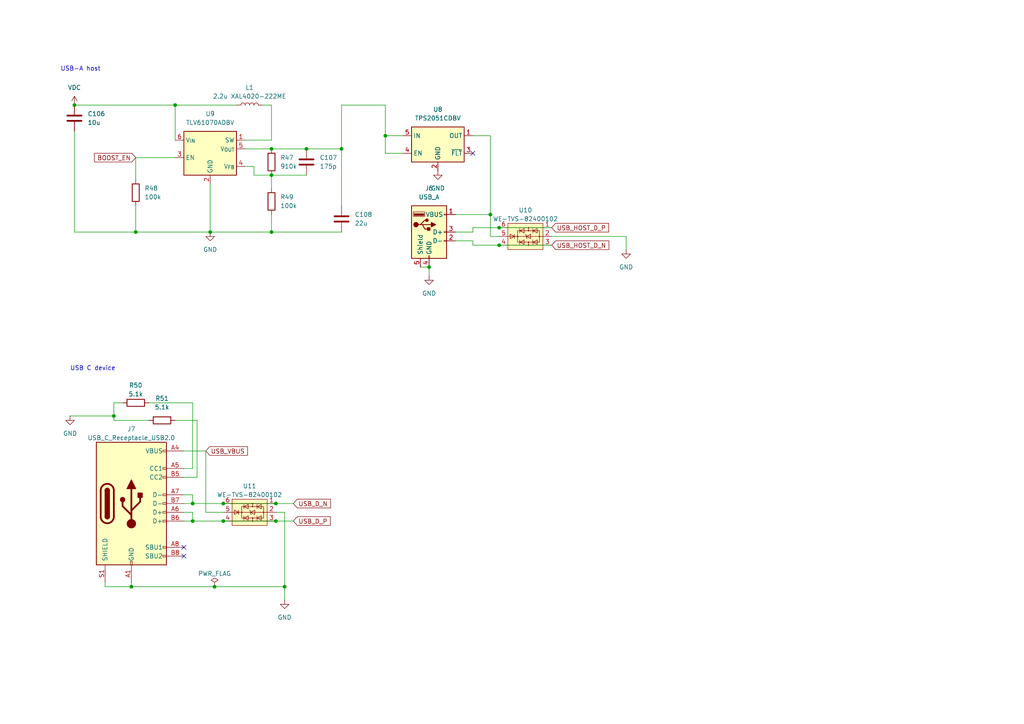
<source format=kicad_sch>
(kicad_sch (version 20250114) (generator "eeschema") (generator_version "9.0")
  (paper "A4")
  (lib_symbols
    (symbol "Connector:USB_A" (pin_names (offset 1.016))
      (property "Reference" "J" (at -5.08 11.43 0))
      (property "Value" "USB_A" (at -5.08 8.89 0))
      (symbol "USB_A_0_1"
        (rectangle (start -5.08 -7.62) (end 5.08 7.62) (stroke (width 0.254)) (fill (type background)))
        (circle (center -3.81 2.159) (radius 0.635) (stroke (width 0.254)) (fill (type outline)))
        (polyline (pts (xy -3.175 2.159) (xy -2.54 2.159) (xy -1.27 3.429) (xy -0.635 3.429)) (stroke (width 0.254)))
        (polyline (pts (xy -2.54 2.159) (xy -1.905 2.159) (xy -1.27 0.889) (xy 0 0.889)) (stroke (width 0.254)))
        (rectangle (start -1.524 4.826) (end -4.318 5.334) (fill (type outline)))
        (rectangle (start -1.27 4.572) (end -4.572 5.842))
        (circle (center -0.635 3.429) (radius 0.381) (stroke (width 0.254)) (fill (type outline)))
        (rectangle (start -0.127 -7.62) (end 0.127 -6.858))
        (rectangle (start 0.254 1.27) (end -0.508 0.508) (stroke (width 0.254)) (fill (type outline)))
        (polyline (pts (xy 0.635 2.794) (xy 0.635 1.524) (xy 1.905 2.159) (xy 0.635 2.794)) (stroke (width 0.254)) (fill (type outline)))
        (rectangle (start 5.08 4.953) (end 4.318 5.207))
        (rectangle (start 5.08 -0.127) (end 4.318 0.127))
        (rectangle (start 5.08 -2.667) (end 4.318 -2.413))
      )
      (symbol "USB_A_1_1"
        (polyline (pts (xy -1.905 2.159) (xy 0.635 2.159)) (stroke (width 0.254)))
        (pin passive line (at -2.54 -10.16 90) (length 2.54) (name "Shield") (number "5"))
        (pin power_in line (at 0 -10.16 90) (length 2.54) (name "GND") (number "4"))
        (pin power_in line (at 7.62 5.08 180) (length 2.54) (name "VBUS") (number "1"))
        (pin bidirectional line (at 7.62 0 180) (length 2.54) (name "D+") (number "3"))
        (pin bidirectional line (at 7.62 -2.54 180) (length 2.54) (name "D-") (number "2"))
      )
    )
    (symbol "Connector:USB_C_Receptacle_USB2.0" (pin_names (offset 1.016))
      (property "Reference" "J" (at -10.16 19.05 0))
      (property "Value" "USB_C_Receptacle_USB2.0" (at 19.05 19.05 0))
      (symbol "USB_C_Receptacle_USB2.0_0_0"
        (rectangle (start -0.254 -17.78) (end 0.254 -16.764))
        (rectangle (start 10.16 15.494) (end 9.144 14.986))
        (rectangle (start 10.16 10.414) (end 9.144 9.906))
        (rectangle (start 10.16 7.874) (end 9.144 7.366))
        (rectangle (start 10.16 2.794) (end 9.144 2.286))
        (rectangle (start 10.16 0.254) (end 9.144 -0.254))
        (rectangle (start 10.16 -2.286) (end 9.144 -2.794))
        (rectangle (start 10.16 -4.826) (end 9.144 -5.334))
        (rectangle (start 10.16 -12.446) (end 9.144 -12.954))
        (rectangle (start 10.16 -14.986) (end 9.144 -15.494))
      )
      (symbol "USB_C_Receptacle_USB2.0_0_1"
        (rectangle (start -10.16 17.78) (end 10.16 -17.78) (stroke (width 0.254)) (fill (type background)))
        (polyline (pts (xy -8.89 -3.81) (xy -8.89 3.81)) (stroke (width 0.508)))
        (rectangle (start -7.62 -3.81) (end -6.35 3.81) (stroke (width 0.254)) (fill (type outline)))
        (arc (start -7.62 3.81) (mid -6.985 4.4423) (end -6.35 3.81) (stroke (width 0.254)))
        (arc (start -7.62 3.81) (mid -6.985 4.4423) (end -6.35 3.81) (stroke (width 0.254)) (fill (type outline)))
        (arc (start -8.89 3.81) (mid -6.985 5.7067) (end -5.08 3.81) (stroke (width 0.508)))
        (arc (start -5.08 -3.81) (mid -6.985 -5.7067) (end -8.89 -3.81) (stroke (width 0.508)))
        (arc (start -6.35 -3.81) (mid -6.985 -4.4423) (end -7.62 -3.81) (stroke (width 0.254)))
        (arc (start -6.35 -3.81) (mid -6.985 -4.4423) (end -7.62 -3.81) (stroke (width 0.254)) (fill (type outline)))
        (polyline (pts (xy -5.08 3.81) (xy -5.08 -3.81)) (stroke (width 0.508)))
        (circle (center -2.54 1.143) (radius 0.635) (stroke (width 0.254)) (fill (type outline)))
        (polyline (pts (xy -1.27 4.318) (xy 0 6.858) (xy 1.27 4.318) (xy -1.27 4.318)) (stroke (width 0.254)) (fill (type outline)))
        (polyline (pts (xy 0 -2.032) (xy 2.54 0.508) (xy 2.54 1.778)) (stroke (width 0.508)))
        (polyline (pts (xy 0 -3.302) (xy -2.54 -0.762) (xy -2.54 0.508)) (stroke (width 0.508)))
        (polyline (pts (xy 0 -5.842) (xy 0 4.318)) (stroke (width 0.508)))
        (circle (center 0 -5.842) (radius 1.27) (fill (type outline)))
        (rectangle (start 1.905 1.778) (end 3.175 3.048) (stroke (width 0.254)) (fill (type outline)))
      )
      (symbol "USB_C_Receptacle_USB2.0_1_1"
        (pin passive line (at -7.62 -22.86 90) (length 5.08) (name "SHIELD") (number "S1"))
        (pin passive line (at 0 -22.86 90) (length 5.08) (name "GND") (number "A1"))
        (pin passive line (at 0 -22.86 90) (length 5.08) (hide yes) (name "GND") (number "A12"))
        (pin passive line (at 0 -22.86 90) (length 5.08) (hide yes) (name "GND") (number "B1"))
        (pin passive line (at 0 -22.86 90) (length 5.08) (hide yes) (name "GND") (number "B12"))
        (pin passive line (at 15.24 15.24 180) (length 5.08) (name "VBUS") (number "A4"))
        (pin passive line (at 15.24 15.24 180) (length 5.08) (hide yes) (name "VBUS") (number "A9"))
        (pin passive line (at 15.24 15.24 180) (length 5.08) (hide yes) (name "VBUS") (number "B4"))
        (pin passive line (at 15.24 15.24 180) (length 5.08) (hide yes) (name "VBUS") (number "B9"))
        (pin bidirectional line (at 15.24 10.16 180) (length 5.08) (name "CC1") (number "A5"))
        (pin bidirectional line (at 15.24 7.62 180) (length 5.08) (name "CC2") (number "B5"))
        (pin bidirectional line (at 15.24 2.54 180) (length 5.08) (name "D-") (number "A7"))
        (pin bidirectional line (at 15.24 0 180) (length 5.08) (name "D-") (number "B7"))
        (pin bidirectional line (at 15.24 -2.54 180) (length 5.08) (name "D+") (number "A6"))
        (pin bidirectional line (at 15.24 -5.08 180) (length 5.08) (name "D+") (number "B6"))
        (pin bidirectional line (at 15.24 -12.7 180) (length 5.08) (name "SBU1") (number "A8"))
        (pin bidirectional line (at 15.24 -15.24 180) (length 5.08) (name "SBU2") (number "B8"))
      )
    )
    (symbol "Device:C" (pin_numbers (hide yes)) (pin_names (offset 0.254))
      (property "Reference" "C" (at 0.635 2.54 0))
      (property "Value" "C" (at 0.635 -2.54 0))
      (symbol "C_0_1"
        (polyline (pts (xy -2.032 0.762) (xy 2.032 0.762)) (stroke (width 0.508)))
        (polyline (pts (xy -2.032 -0.762) (xy 2.032 -0.762)) (stroke (width 0.508)))
      )
      (symbol "C_1_1"
        (pin passive line (at 0 3.81 270) (length 2.794) (name "~") (number "1"))
        (pin passive line (at 0 -3.81 90) (length 2.794) (name "~") (number "2"))
      )
    )
    (symbol "Device:L" (pin_numbers (hide yes)) (pin_names (offset 1.016) (hide yes))
      (property "Reference" "L" (at -1.27 0 90))
      (property "Value" "L" (at 1.905 0 90))
      (symbol "L_0_1"
        (arc (start 0 2.54) (mid 0.6323 1.905) (end 0 1.27))
        (arc (start 0 1.27) (mid 0.6323 0.635) (end 0 0))
        (arc (start 0 0) (mid 0.6323 -0.635) (end 0 -1.27))
        (arc (start 0 -1.27) (mid 0.6323 -1.905) (end 0 -2.54))
      )
      (symbol "L_1_1"
        (pin passive line (at 0 3.81 270) (length 1.27) (name "1") (number "1"))
        (pin passive line (at 0 -3.81 90) (length 1.27) (name "2") (number "2"))
      )
    )
    (symbol "Device:R" (pin_numbers (hide yes)) (pin_names (offset 0))
      (property "Reference" "R" (at 2.032 0 90))
      (property "Value" "R" (at 0 0 90))
      (symbol "R_0_1"
        (rectangle (start -1.016 -2.54) (end 1.016 2.54) (stroke (width 0.254)))
      )
      (symbol "R_1_1"
        (pin passive line (at 0 3.81 270) (length 1.27) (name "~") (number "1"))
        (pin passive line (at 0 -3.81 90) (length 1.27) (name "~") (number "2"))
      )
    )
    (symbol "Power_Management:TPS2051CDBV"
      (property "Reference" "U" (at -7.62 -6.35 0))
      (property "Value" "TPS2051CDBV" (at -7.62 6.35 0))
      (symbol "TPS2051CDBV_0_1"
        (rectangle (start -7.62 5.08) (end 7.62 -5.08) (stroke (width 0.254)) (fill (type background)))
      )
      (symbol "TPS2051CDBV_1_1"
        (pin power_in line (at -10.16 2.54 0) (length 2.54) (name "IN") (number "5"))
        (pin input line (at -10.16 -2.54 0) (length 2.54) (name "EN") (number "4"))
        (pin power_in line (at 0 -7.62 90) (length 2.54) (name "GND") (number "2"))
        (pin power_out line (at 10.16 2.54 180) (length 2.54) (name "OUT") (number "1"))
        (pin open_collector line (at 10.16 -2.54 180) (length 2.54) (name "~{FLT}") (number "3"))
      )
    )
    (symbol "Power_Protection:WE-TVS-82400102"
      (property "Reference" "U" (at 0 7.62 0))
      (property "Value" "WE-TVS-82400102" (at 0 5.08 0))
      (symbol "WE-TVS-82400102_0_1"
        (rectangle (start -5.08 3.81) (end 5.08 -3.81) (fill (type background)))
        (polyline (pts (xy -5.08 2.54) (xy 5.08 2.54)))
        (polyline (pts (xy -5.08 -2.54) (xy 5.08 -2.54)))
        (rectangle (start -4.064 1.651) (end 2.286 -1.651))
        (circle (center -4.064 0) (radius 0.127))
        (polyline (pts (xy -4.064 0) (xy -5.08 0)))
        (polyline (pts (xy -4.064 0) (xy 2.286 0)) (fill (type outline)))
        (polyline (pts (xy -3.429 1.016) (xy -3.429 2.286) (xy -2.159 1.651) (xy -3.429 1.016)))
        (polyline (pts (xy -3.429 -1.016) (xy -3.429 -2.286) (xy -2.159 -1.651) (xy -3.429 -1.016)))
        (polyline (pts (xy -2.159 2.286) (xy -2.159 1.016)))
        (polyline (pts (xy -2.159 -1.016) (xy -2.159 -2.286)))
        (circle (center -0.889 2.54) (radius 0.127))
        (circle (center -0.889 1.651) (radius 0.127))
        (polyline (pts (xy -0.889 1.651) (xy -0.889 2.54)))
        (circle (center -0.889 -1.651) (radius 0.127))
        (polyline (pts (xy -0.889 -1.651) (xy -0.889 -2.413)))
        (circle (center -0.889 -2.54) (radius 0.127))
        (polyline (pts (xy -0.508 -0.635) (xy -0.508 -0.635)))
        (polyline (pts (xy 0 0.635) (xy -0.254 0.381) (xy -0.254 -0.381) (xy -0.508 -0.635)))
        (polyline (pts (xy 0.381 1.016) (xy 0.381 2.286) (xy 1.651 1.651) (xy 0.381 1.016)))
        (polyline (pts (xy 0.381 -1.016) (xy 0.381 -2.286) (xy 1.651 -1.651) (xy 0.381 -1.016)))
        (polyline (pts (xy 1.651 2.286) (xy 1.651 1.016)))
        (polyline (pts (xy 1.651 -1.016) (xy 1.651 -2.286)))
        (polyline (pts (xy 2.286 0) (xy 5.08 0)))
        (circle (center 2.286 0) (radius 0.127))
      )
      (symbol "WE-TVS-82400102_1_1"
        (polyline (pts (xy -1.524 0.635) (xy -1.524 -0.635) (xy -0.254 0) (xy -1.524 0.635)))
        (polyline (pts (xy 3.175 0.635) (xy 3.175 -0.635)))
        (polyline (pts (xy 4.445 0.635) (xy 4.445 -0.635) (xy 3.175 0) (xy 4.445 0.635)))
        (pin passive line (at -7.62 2.54 0) (length 2.54) (name "~") (number "1"))
        (pin passive line (at -7.62 0 0) (length 2.54) (name "~") (number "2"))
        (pin passive line (at -7.62 -2.54 0) (length 2.54) (name "~") (number "3"))
        (pin passive line (at 7.62 2.54 180) (length 2.54) (name "~") (number "6"))
        (pin passive line (at 7.62 0 180) (length 2.54) (name "~") (number "5"))
        (pin passive line (at 7.62 -2.54 180) (length 2.54) (name "~") (number "4"))
      )
    )
    (symbol "Regulator_Switching:TLV61070ADBV"
      (property "Reference" "U" (at -7.62 8.89 0))
      (property "Value" "TLV61070ADBV" (at 0 8.89 0))
      (symbol "TLV61070ADBV_0_1"
        (rectangle (start -7.62 7.62) (end 7.62 -5.08) (stroke (width 0.254)) (fill (type background)))
      )
      (symbol "TLV61070ADBV_1_1"
        (pin power_in line (at -10.16 5.08 0) (length 2.54) (name "V_{IN}") (number "6"))
        (pin input line (at -10.16 0 0) (length 2.54) (name "EN") (number "3"))
        (pin power_in line (at 0 -7.62 90) (length 2.54) (name "GND") (number "2"))
        (pin input line (at 10.16 5.08 180) (length 2.54) (name "SW") (number "1"))
        (pin power_out line (at 10.16 2.54 180) (length 2.54) (name "V_{OUT}") (number "5"))
        (pin input line (at 10.16 -2.54 180) (length 2.54) (name "V_{FB}") (number "4"))
      )
    )
    (symbol "power:GND" (power) (pin_numbers (hide yes)) (pin_names (offset 0) (hide yes))
      (property "Value" "GND" (at 0 -3.81 0))
      (symbol "GND_0_1"
        (polyline (pts (xy 0 0) (xy 0 -1.27) (xy 1.27 -1.27) (xy 0 -2.54) (xy -1.27 -1.27) (xy 0 -1.27)))
      )
      (symbol "GND_1_1"
        (pin power_in line (at 0 0 270) (length 0) (name "~") (number "1"))
      )
    )
    (symbol "power:PWR_FLAG" (power) (pin_numbers (hide yes)) (pin_names (offset 0) (hide yes))
      (property "Value" "PWR_FLAG" (at 0 3.81 0))
      (symbol "PWR_FLAG_0_0"
        (pin power_out line (at 0 0 90) (length 0) (name "pwr") (number "1"))
      )
      (symbol "PWR_FLAG_0_1"
        (polyline (pts (xy 0 0) (xy 0 1.27) (xy -1.016 1.905) (xy 0 2.54) (xy 1.016 1.905) (xy 0 1.27)))
      )
    )
    (symbol "power:VDC" (power) (pin_numbers (hide yes)) (pin_names (offset 0) (hide yes))
      (property "Value" "VDC" (at 0 3.556 0))
      (symbol "VDC_0_1"
        (polyline (pts (xy -0.762 1.27) (xy 0 2.54)))
        (polyline (pts (xy 0 2.54) (xy 0.762 1.27)))
        (polyline (pts (xy 0 0) (xy 0 2.54)))
      )
      (symbol "VDC_1_1"
        (pin power_in line (at 0 0 90) (length 0) (name "~") (number "1"))
      )
    )
  )
  (text "USB-A host" (at 23.368 20.066 0) (effects (font (size 1.27 1.27))))
  (text "USB C device" (at 26.924 106.934 0) (effects (font (size 1.27 1.27))))
  (junction (at 38.1 170.18))
  (junction (at 144.78 71.12))
  (junction (at 88.9 43.18))
  (junction (at 21.59 30.48))
  (junction (at 80.01 146.05))
  (junction (at 55.88 146.05))
  (junction (at 64.77 146.05))
  (junction (at 111.76 39.37))
  (junction (at 124.46 77.47))
  (junction (at 55.88 151.13))
  (junction (at 78.74 43.18))
  (junction (at 142.24 62.23))
  (junction (at 64.77 151.13))
  (junction (at 60.96 67.31))
  (junction (at 78.74 67.31))
  (junction (at 39.37 67.31))
  (junction (at 33.02 120.65))
  (junction (at 82.55 170.18))
  (junction (at 62.23 170.18))
  (junction (at 144.78 66.04))
  (junction (at 78.74 50.8))
  (junction (at 80.01 151.13))
  (junction (at 99.06 43.18))
  (junction (at 50.8 30.48))
  (no_connect (at 53.34 158.75))
  (no_connect (at 137.16 44.45))
  (no_connect (at 53.34 161.29))
  (wire (pts (xy 71.12 40.64) (xy 78.74 40.64)))
  (wire (pts (xy 144.78 66.04) (xy 160.02 66.04)))
  (wire (pts (xy 62.23 170.18) (xy 82.55 170.18)))
  (wire (pts (xy 53.34 135.89) (xy 55.88 135.89)))
  (wire (pts (xy 137.16 66.04) (xy 144.78 66.04)))
  (wire (pts (xy 55.88 143.51) (xy 53.34 143.51)))
  (wire (pts (xy 142.24 62.23) (xy 142.24 68.58)))
  (wire (pts (xy 111.76 39.37) (xy 116.84 39.37)))
  (wire (pts (xy 57.15 138.43) (xy 57.15 121.92)))
  (wire (pts (xy 50.8 30.48) (xy 68.58 30.48)))
  (wire (pts (xy 78.74 40.64) (xy 78.74 30.48)))
  (wire (pts (xy 21.59 38.1) (xy 21.59 67.31)))
  (wire (pts (xy 137.16 69.85) (xy 137.16 71.12)))
  (wire (pts (xy 50.8 121.92) (xy 57.15 121.92)))
  (wire (pts (xy 144.78 71.12) (xy 160.02 71.12)))
  (wire (pts (xy 82.55 148.59) (xy 82.55 170.18)))
  (wire (pts (xy 39.37 67.31) (xy 60.96 67.31)))
  (wire (pts (xy 80.01 151.13) (xy 85.09 151.13)))
  (wire (pts (xy 78.74 30.48) (xy 76.2 30.48)))
  (wire (pts (xy 64.77 151.13) (xy 80.01 151.13)))
  (wire (pts (xy 59.69 130.81) (xy 59.69 148.59)))
  (wire (pts (xy 78.74 62.23) (xy 78.74 67.31)))
  (wire (pts (xy 53.34 138.43) (xy 57.15 138.43)))
  (wire (pts (xy 38.1 170.18) (xy 62.23 170.18)))
  (wire (pts (xy 137.16 39.37) (xy 142.24 39.37)))
  (wire (pts (xy 38.1 168.91) (xy 38.1 170.18)))
  (wire (pts (xy 88.9 43.18) (xy 99.06 43.18)))
  (wire (pts (xy 64.77 146.05) (xy 55.88 146.05)))
  (wire (pts (xy 33.02 120.65) (xy 20.32 120.65)))
  (wire (pts (xy 78.74 50.8) (xy 88.9 50.8)))
  (wire (pts (xy 64.77 151.13) (xy 55.88 151.13)))
  (wire (pts (xy 111.76 39.37) (xy 111.76 44.45)))
  (wire (pts (xy 39.37 45.72) (xy 39.37 52.07)))
  (wire (pts (xy 59.69 148.59) (xy 64.77 148.59)))
  (wire (pts (xy 142.24 39.37) (xy 142.24 62.23)))
  (wire (pts (xy 39.37 45.72) (xy 50.8 45.72)))
  (wire (pts (xy 55.88 146.05) (xy 55.88 143.51)))
  (wire (pts (xy 55.88 135.89) (xy 55.88 116.84)))
  (wire (pts (xy 80.01 146.05) (xy 85.09 146.05)))
  (wire (pts (xy 35.56 116.84) (xy 33.02 116.84)))
  (wire (pts (xy 43.18 121.92) (xy 33.02 121.92)))
  (wire (pts (xy 55.88 148.59) (xy 53.34 148.59)))
  (wire (pts (xy 137.16 71.12) (xy 144.78 71.12)))
  (wire (pts (xy 50.8 30.48) (xy 50.8 40.64)))
  (wire (pts (xy 80.01 148.59) (xy 82.55 148.59)))
  (wire (pts (xy 132.08 67.31) (xy 137.16 67.31)))
  (wire (pts (xy 43.18 116.84) (xy 55.88 116.84)))
  (wire (pts (xy 33.02 116.84) (xy 33.02 120.65)))
  (wire (pts (xy 30.48 168.91) (xy 30.48 170.18)))
  (wire (pts (xy 53.34 130.81) (xy 59.69 130.81)))
  (wire (pts (xy 33.02 121.92) (xy 33.02 120.65)))
  (wire (pts (xy 124.46 77.47) (xy 124.46 80.01)))
  (wire (pts (xy 78.74 43.18) (xy 88.9 43.18)))
  (wire (pts (xy 99.06 30.48) (xy 99.06 43.18)))
  (wire (pts (xy 53.34 146.05) (xy 55.88 146.05)))
  (wire (pts (xy 78.74 67.31) (xy 99.06 67.31)))
  (wire (pts (xy 21.59 67.31) (xy 39.37 67.31)))
  (wire (pts (xy 99.06 30.48) (xy 111.76 30.48)))
  (wire (pts (xy 142.24 62.23) (xy 132.08 62.23)))
  (wire (pts (xy 21.59 30.48) (xy 50.8 30.48)))
  (wire (pts (xy 64.77 146.05) (xy 80.01 146.05)))
  (wire (pts (xy 137.16 67.31) (xy 137.16 66.04)))
  (wire (pts (xy 71.12 48.26) (xy 73.66 48.26)))
  (wire (pts (xy 82.55 170.18) (xy 82.55 173.99)))
  (wire (pts (xy 99.06 43.18) (xy 99.06 59.69)))
  (wire (pts (xy 78.74 67.31) (xy 60.96 67.31)))
  (wire (pts (xy 73.66 48.26) (xy 73.66 50.8)))
  (wire (pts (xy 78.74 50.8) (xy 78.74 54.61)))
  (wire (pts (xy 132.08 69.85) (xy 137.16 69.85)))
  (wire (pts (xy 53.34 151.13) (xy 55.88 151.13)))
  (wire (pts (xy 30.48 170.18) (xy 38.1 170.18)))
  (wire (pts (xy 121.92 77.47) (xy 124.46 77.47)))
  (wire (pts (xy 181.61 68.58) (xy 181.61 72.39)))
  (wire (pts (xy 111.76 44.45) (xy 116.84 44.45)))
  (wire (pts (xy 71.12 43.18) (xy 78.74 43.18)))
  (wire (pts (xy 160.02 68.58) (xy 181.61 68.58)))
  (wire (pts (xy 60.96 53.34) (xy 60.96 67.31)))
  (wire (pts (xy 73.66 50.8) (xy 78.74 50.8)))
  (wire (pts (xy 39.37 59.69) (xy 39.37 67.31)))
  (wire (pts (xy 111.76 30.48) (xy 111.76 39.37)))
  (wire (pts (xy 142.24 68.58) (xy 144.78 68.58)))
  (wire (pts (xy 55.88 151.13) (xy 55.88 148.59)))
  (global_label "USB_D_N" (shape input) (at 85.09 146.05 0) (property "Intersheetrefs" "${INTERSHEET_REFS}" (effects (hide yes))))
  (global_label "USB_HOST_D_P" (shape input) (at 160.02 66.04 0) (property "Intersheetrefs" "${INTERSHEET_REFS}" (effects (hide yes))))
  (global_label "USB_VBUS" (shape input) (at 59.69 130.81 0) (property "Intersheetrefs" "${INTERSHEET_REFS}" (effects (hide yes))))
  (global_label "USB_HOST_D_N" (shape input) (at 160.02 71.12 0) (property "Intersheetrefs" "${INTERSHEET_REFS}" (effects (hide yes))))
  (global_label "USB_D_P" (shape input) (at 85.09 151.13 0) (property "Intersheetrefs" "${INTERSHEET_REFS}" (effects (hide yes))))
  (global_label "BOOST_EN" (shape input) (at 39.37 45.72 180) (property "Intersheetrefs" "${INTERSHEET_REFS}" (effects (hide yes))))
  (symbol (lib_id "Device:L") (at 72.39 30.48 270) (mirror x) (unit 1)
    (property "Reference" "L1" (at 72.39 25.4 90))
    (property "Value" "2.2u XAL4020-222ME" (at 72.39 27.94 90))
    (property "Footprint" "Inductor_SMD:L_Coilcraft_XAL4020-XXX" (effects (hide yes)))
    (property "Description" "Inductor" (effects (hide yes)))
  )
  (symbol (lib_id "power:GND") (at 181.61 72.39 0) (unit 1)
    (property "Reference" "#PWR0306" (effects (hide yes)))
    (property "Value" "GND" (at 181.61 77.47 0))
    (property "Description" "Power symbol creates a global label with name \"GND\" , ground" (effects (hide yes)))
  )
  (symbol (lib_id "power:GND") (at 82.55 173.99 0) (unit 1)
    (property "Reference" "#PWR0309" (effects (hide yes)))
    (property "Value" "GND" (at 82.55 179.07 0))
    (property "Description" "Power symbol creates a global label with name \"GND\" , ground" (effects (hide yes)))
  )
  (symbol (lib_id "Connector:USB_C_Receptacle_USB2.0") (at 38.1 146.05 0) (unit 1)
    (property "Reference" "J7" (at 38.1 124.46 0))
    (property "Value" "USB_C_Receptacle_USB2.0" (at 38.1 127 0))
    (property "Footprint" "Connector_USB:USB_C_Receptacle_HRO_TYPE-C-31-M-12" (effects (hide yes)))
    (property "Datasheet" "https://www.usb.org/sites/default/files/documents/usb_type-c.zip" (effects (hide yes)))
  )
  (symbol (lib_id "Device:C") (at 99.06 63.5 0) (unit 1)
    (property "Reference" "C108" (at 102.87 62.2299 0) (effects (justify left)))
    (property "Value" "22u" (at 102.87 64.7699 0) (effects (justify left)))
    (property "Footprint" "Capacitor_SMD:C_0805_2012Metric" (effects (hide yes)))
    (property "Description" "Unpolarized capacitor" (effects (hide yes)))
  )
  (symbol (lib_id "Device:R") (at 78.74 58.42 0) (unit 1)
    (property "Reference" "R49" (at 81.28 57.1499 0) (effects (justify left)))
    (property "Value" "100k" (at 81.28 59.6899 0) (effects (justify left)))
    (property "Footprint" "Resistor_SMD:R_0603_1608Metric" (effects (hide yes)))
    (property "Description" "Resistor" (effects (hide yes)))
  )
  (symbol (lib_id "power:PWR_FLAG") (at 62.23 170.18 0) (unit 1)
    (property "Reference" "#FLG04" (effects (hide yes)))
    (property "Value" "PWR_FLAG" (at 62.23 166.37 0))
  )
  (symbol (lib_id "Device:R") (at 39.37 116.84 90) (unit 1)
    (property "Reference" "R50" (at 39.37 111.76 90))
    (property "Value" "5.1k" (at 39.37 114.3 90))
    (property "Footprint" "Resistor_SMD:R_0603_1608Metric" (effects (hide yes)))
  )
  (symbol (lib_id "Power_Protection:WE-TVS-82400102") (at 72.39 148.59 0) (mirror y) (unit 1)
    (property "Reference" "U11" (at 72.39 140.97 0))
    (property "Value" "WE-TVS-82400102" (at 72.39 143.51 0))
    (property "Footprint" "Package_TO_SOT_SMD:SOT-23-6" (effects (hide yes)))
    (property "Datasheet" "https://katalog.we-online.de/pbs/datasheet/82400102.pdf" (effects (hide yes)))
  )
  (symbol (lib_id "Device:C") (at 88.9 46.99 0) (unit 1)
    (property "Reference" "C107" (at 92.71 45.7199 0) (effects (justify left)))
    (property "Value" "175p" (at 92.71 48.2599 0) (effects (justify left)))
    (property "Footprint" "Capacitor_SMD:C_0603_1608Metric" (effects (hide yes)))
    (property "Description" "Unpolarized capacitor" (effects (hide yes)))
  )
  (symbol (lib_id "power:VDC") (at 21.59 30.48 0) (unit 1)
    (property "Reference" "#PWR0303" (effects (hide yes)))
    (property "Value" "VDC" (at 21.59 25.4 0))
    (property "Description" "Power symbol creates a global label with name \"VDC\"" (effects (hide yes)))
  )
  (symbol (lib_id "power:GND") (at 20.32 120.65 0) (mirror y) (unit 1)
    (property "Reference" "#PWR0308" (effects (hide yes)))
    (property "Value" "GND" (at 20.32 125.73 0))
    (property "Description" "Power symbol creates a global label with name \"GND\" , ground" (effects (hide yes)))
  )
  (symbol (lib_id "power:GND") (at 124.46 80.01 0) (unit 1)
    (property "Reference" "#PWR0307" (effects (hide yes)))
    (property "Value" "GND" (at 124.46 85.09 0))
    (property "Description" "Power symbol creates a global label with name \"GND\" , ground" (effects (hide yes)))
  )
  (symbol (lib_id "power:GND") (at 60.96 67.31 0) (unit 1)
    (property "Reference" "#PWR0305" (effects (hide yes)))
    (property "Value" "GND" (at 60.96 72.39 0))
    (property "Description" "Power symbol creates a global label with name \"GND\" , ground" (effects (hide yes)))
  )
  (symbol (lib_id "Power_Management:TPS2051CDBV") (at 127 41.91 0) (unit 1)
    (property "Reference" "U8" (at 127 31.75 0))
    (property "Value" "TPS2051CDBV" (at 127 34.29 0))
    (property "Footprint" "Package_TO_SOT_SMD:SOT-23-5" (effects (hide yes)))
    (property "Datasheet" "https://www.ti.com/lit/ds/symlink/tps2051c.pdf" (effects (hide yes)))
    (property "Description" "0.5A Current limited power switch, single channel, output discharge, reverse blocking, SOT-23-5" (effects (hide yes)))
  )
  (symbol (lib_id "Device:C") (at 21.59 34.29 0) (unit 1)
    (property "Reference" "C106" (at 25.4 33.0199 0) (effects (justify left)))
    (property "Value" "10u" (at 25.4 35.5599 0) (effects (justify left)))
    (property "Footprint" "Capacitor_SMD:C_0805_2012Metric" (effects (hide yes)))
    (property "Description" "Unpolarized capacitor" (effects (hide yes)))
  )
  (symbol (lib_id "Device:R") (at 46.99 121.92 270) (unit 1)
    (property "Reference" "R51" (at 46.99 115.57 90))
    (property "Value" "5.1k" (at 46.99 118.11 90))
    (property "Footprint" "Resistor_SMD:R_0603_1608Metric" (effects (hide yes)))
  )
  (symbol (lib_id "Connector:USB_A") (at 124.46 67.31 0) (unit 1)
    (property "Reference" "J6" (at 124.46 54.61 0))
    (property "Value" "USB_A" (at 124.46 57.15 0))
    (property "Footprint" "Connector_USB:USB_A_Molex_67643_Horizontal" (effects (hide yes)))
    (property "Description" "USB Type A connector" (effects (hide yes)))
  )
  (symbol (lib_id "Power_Protection:WE-TVS-82400102") (at 152.4 68.58 0) (mirror y) (unit 1)
    (property "Reference" "U10" (at 152.4 60.96 0))
    (property "Value" "WE-TVS-82400102" (at 152.4 63.5 0))
    (property "Footprint" "Package_TO_SOT_SMD:SOT-23-6" (effects (hide yes)))
    (property "Datasheet" "https://katalog.we-online.de/pbs/datasheet/82400102.pdf" (effects (hide yes)))
  )
  (symbol (lib_id "Device:R") (at 78.74 46.99 0) (unit 1)
    (property "Reference" "R47" (at 81.28 45.7199 0) (effects (justify left)))
    (property "Value" "910k" (at 81.28 48.2599 0) (effects (justify left)))
    (property "Footprint" "Resistor_SMD:R_0603_1608Metric" (effects (hide yes)))
    (property "Description" "Resistor" (effects (hide yes)))
  )
  (symbol (lib_id "Regulator_Switching:TLV61070ADBV") (at 60.96 45.72 0) (unit 1)
    (property "Reference" "U9" (at 60.96 33.02 0))
    (property "Value" "TLV61070ADBV" (at 60.96 35.56 0))
    (property "Footprint" "Package_TO_SOT_SMD:SOT-23-6" (effects (hide yes)))
    (property "Datasheet" "https://www.ti.com/lit/ds/symlink/tlv61070a.pdf" (effects (hide yes)))
    (property "Description" "Boost Converter, 2.5A switch current limit, 2.2-5.5V Output Voltage, 0.5-5.5V Input Voltage, SOT-23-6" (effects (hide yes)))
  )
  (symbol (lib_id "power:GND") (at 127 49.53 0) (unit 1)
    (property "Reference" "#PWR0304" (effects (hide yes)))
    (property "Value" "GND" (at 127 54.61 0))
    (property "Description" "Power symbol creates a global label with name \"GND\" , ground" (effects (hide yes)))
  )
  (symbol (lib_id "Device:R") (at 39.37 55.88 0) (unit 1)
    (property "Reference" "R48" (at 41.91 54.6099 0) (effects (justify left)))
    (property "Value" "100k" (at 41.91 57.1499 0) (effects (justify left)))
    (property "Footprint" "Resistor_SMD:R_0603_1608Metric" (effects (hide yes)))
    (property "Description" "Resistor" (effects (hide yes)))
  )
)
</source>
